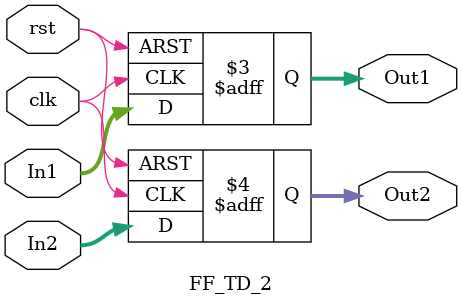
<source format=v>
module FF_TD_2(input clk, rst, input [7:0] In1, output reg [7:0] Out1, input [7:0] In2, output reg [7:0] Out2);

always @(posedge clk or negedge rst) begin
		if (!rst) begin
			Out1 <= 8'b00000000;
			Out2 <= 8'b00000000;
			end
		else begin
			Out1 <= In1;
			Out2 <= In2;
			end
		end
endmodule
</source>
